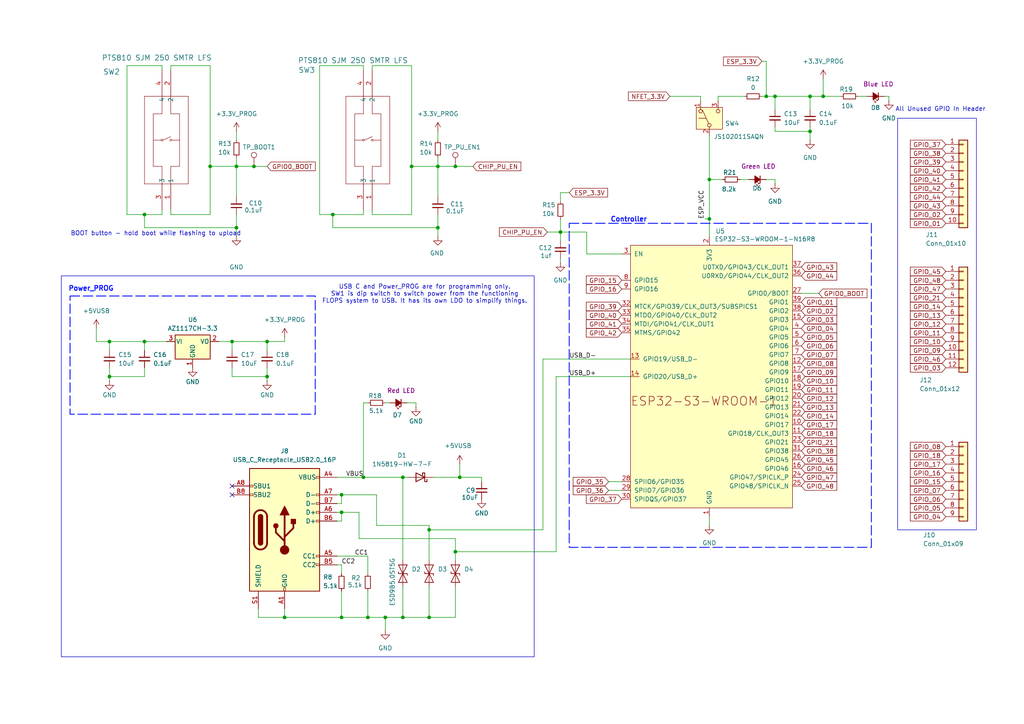
<source format=kicad_sch>
(kicad_sch (version 20231120) (generator "eeschema") (generator_version "8.0")
  (paper "A4")
  (title_block (date "2024-11-20") (rev "5"))
  (lib_symbols
    (symbol "Connector:TestPoint" (pin_numbers hide) (pin_names (offset 0.762) hide)
      (property "Reference" "TP" (at 0 6.858 0))
      (property "Value" "TestPoint" (at 0 5.08 0))
      (symbol "TestPoint_1_1"
        (pin passive line (at 0 0 90) (length 2.54) (name "1") (number "1"))
      )
    )
    (symbol "Connector:USB_C_Receptacle_USB2.0_16P" (pin_names (offset 1.016))
      (property "Reference" "J8" (at 0 22.86 0))
      (property "Value" "USB_C_Receptacle_USB2.0_16P" (at 0 20.32 0))
      (symbol "USB_C_Receptacle_USB2.0_16P_1_1"
        (pin passive line (at 0 -22.86 90) (length 5.08) (name "GND") (number "A1"))
        (pin passive line (at 0 -22.86 90) (length 5.08) hide (name "GND") (number "A12"))
        (pin passive line (at 15.24 15.24 180) (length 5.08) (name "VBUS") (number "A4"))
        (pin bidirectional line (at 15.24 -7.62 180) (length 5.08) (name "CC1") (number "A5"))
        (pin bidirectional line (at 15.24 5.08 180) (length 5.08) (name "D+") (number "A6"))
        (pin bidirectional line (at 15.24 10.16 180) (length 5.08) (name "D-") (number "A7"))
        (pin bidirectional line (at -15.24 12.7 0) (length 5.08) (name "SBU1") (number "A8"))
        (pin passive line (at 15.24 15.24 180) (length 5.08) hide (name "VBUS") (number "A9"))
        (pin passive line (at 0 -22.86 90) (length 5.08) hide (name "GND") (number "B1"))
        (pin passive line (at 0 -22.86 90) (length 5.08) hide (name "GND") (number "B12"))
        (pin passive line (at 15.24 15.24 180) (length 5.08) hide (name "VBUS") (number "B4"))
        (pin bidirectional line (at 15.24 -10.16 180) (length 5.08) (name "CC2") (number "B5"))
        (pin bidirectional line (at 15.24 2.54 180) (length 5.08) (name "D+") (number "B6"))
        (pin bidirectional line (at 15.24 7.62 180) (length 5.08) (name "D-") (number "B7"))
        (pin bidirectional line (at -15.24 10.16 0) (length 5.08) (name "SBU2") (number "B8"))
        (pin passive line (at 15.24 15.24 180) (length 5.08) hide (name "VBUS") (number "B9"))
        (pin passive line (at -7.62 -22.86 90) (length 5.08) (name "SHIELD") (number "S1"))
      )
    )
    (symbol "Connector_Generic:Conn_01x09" (pin_names (offset 1.016) hide)
      (property "Reference" "J" (at 0 12.7 0))
      (property "Value" "Conn_01x09" (at 0 -12.7 0))
      (symbol "Conn_01x09_1_1"
        (pin passive line (at -5.08 10.16 0) (length 3.81) (name "Pin_1") (number "1"))
        (pin passive line (at -5.08 7.62 0) (length 3.81) (name "Pin_2") (number "2"))
        (pin passive line (at -5.08 5.08 0) (length 3.81) (name "Pin_3") (number "3"))
        (pin passive line (at -5.08 2.54 0) (length 3.81) (name "Pin_4") (number "4"))
        (pin passive line (at -5.08 0 0) (length 3.81) (name "Pin_5") (number "5"))
        (pin passive line (at -5.08 -2.54 0) (length 3.81) (name "Pin_6") (number "6"))
        (pin passive line (at -5.08 -5.08 0) (length 3.81) (name "Pin_7") (number "7"))
        (pin passive line (at -5.08 -7.62 0) (length 3.81) (name "Pin_8") (number "8"))
        (pin passive line (at -5.08 -10.16 0) (length 3.81) (name "Pin_9") (number "9"))
      )
    )
    (symbol "Connector_Generic:Conn_01x10" (pin_names (offset 1.016) hide)
      (property "Reference" "J" (at 0 12.7 0))
      (property "Value" "Conn_01x10" (at 0 -15.24 0))
      (symbol "Conn_01x10_1_1"
        (pin passive line (at -5.08 10.16 0) (length 3.81) (name "Pin_1") (number "1"))
        (pin passive line (at -5.08 -12.7 0) (length 3.81) (name "Pin_10") (number "10"))
        (pin passive line (at -5.08 7.62 0) (length 3.81) (name "Pin_2") (number "2"))
        (pin passive line (at -5.08 5.08 0) (length 3.81) (name "Pin_3") (number "3"))
        (pin passive line (at -5.08 2.54 0) (length 3.81) (name "Pin_4") (number "4"))
        (pin passive line (at -5.08 0 0) (length 3.81) (name "Pin_5") (number "5"))
        (pin passive line (at -5.08 -2.54 0) (length 3.81) (name "Pin_6") (number "6"))
        (pin passive line (at -5.08 -5.08 0) (length 3.81) (name "Pin_7") (number "7"))
        (pin passive line (at -5.08 -7.62 0) (length 3.81) (name "Pin_8") (number "8"))
        (pin passive line (at -5.08 -10.16 0) (length 3.81) (name "Pin_9") (number "9"))
      )
    )
    (symbol "Connector_Generic:Conn_01x12" (pin_names (offset 1.016) hide)
      (property "Reference" "J" (at 0 15.24 0))
      (property "Value" "Conn_01x12" (at 0 -17.78 0))
      (symbol "Conn_01x12_1_1"
        (pin passive line (at -5.08 12.7 0) (length 3.81) (name "Pin_1") (number "1"))
        (pin passive line (at -5.08 -10.16 0) (length 3.81) (name "Pin_10") (number "10"))
        (pin passive line (at -5.08 -12.7 0) (length 3.81) (name "Pin_11") (number "11"))
        (pin passive line (at -5.08 -15.24 0) (length 3.81) (name "Pin_12") (number "12"))
        (pin passive line (at -5.08 10.16 0) (length 3.81) (name "Pin_2") (number "2"))
        (pin passive line (at -5.08 7.62 0) (length 3.81) (name "Pin_3") (number "3"))
        (pin passive line (at -5.08 5.08 0) (length 3.81) (name "Pin_4") (number "4"))
        (pin passive line (at -5.08 2.54 0) (length 3.81) (name "Pin_5") (number "5"))
        (pin passive line (at -5.08 0 0) (length 3.81) (name "Pin_6") (number "6"))
        (pin passive line (at -5.08 -2.54 0) (length 3.81) (name "Pin_7") (number "7"))
        (pin passive line (at -5.08 -5.08 0) (length 3.81) (name "Pin_8") (number "8"))
        (pin passive line (at -5.08 -7.62 0) (length 3.81) (name "Pin_9") (number "9"))
      )
    )
    (symbol "Device:C_Small" (pin_numbers hide) (pin_names (offset 0.254) hide)
      (property "Reference" "C" (at 0.254 1.778 0))
      (property "Value" "C_Small" (at 0.254 -2.032 0))
      (symbol "C_Small_1_1"
        (pin passive line (at 0 2.54 270) (length 2.032) (name "~") (number "1"))
        (pin passive line (at 0 -2.54 90) (length 2.032) (name "~") (number "2"))
      )
    )
    (symbol "Device:LED_Small_Filled" (pin_numbers hide) (pin_names (offset 0.254) hide)
      (property "Reference" "D" (at -1.27 3.175 0))
      (property "Value" "LED_Small_Filled" (at -4.445 -2.54 0))
      (symbol "LED_Small_Filled_1_1"
        (pin passive line (at -2.54 0 0) (length 1.778) (name "K") (number "1"))
        (pin passive line (at 2.54 0 180) (length 1.778) (name "A") (number "2"))
      )
    )
    (symbol "Device:R_Small" (pin_numbers hide) (pin_names (offset 0.254) hide)
      (property "Reference" "R" (at 0.762 0.508 0))
      (property "Value" "R_Small" (at 0.762 -1.016 0))
      (symbol "R_Small_1_1"
        (pin passive line (at 0 2.54 270) (length 0.762) (name "~") (number "1"))
        (pin passive line (at 0 -2.54 90) (length 0.762) (name "~") (number "2"))
      )
    )
    (symbol "Diode:1N5819" (pin_numbers hide) (pin_names (offset 1.016) hide)
      (property "Reference" "D" (at 0 2.54 0))
      (property "Value" "1N5819" (at 0 -2.54 0))
      (symbol "1N5819_1_1"
        (pin passive line (at -3.81 0 0) (length 2.54) (name "K") (number "1"))
        (pin passive line (at 3.81 0 180) (length 2.54) (name "A") (number "2"))
      )
    )
    (symbol "Diode:ESD9B5.0ST5G" (pin_numbers hide) (pin_names (offset 1.016) hide)
      (property "Reference" "D" (at 0 2.54 0))
      (property "Value" "ESD9B5.0ST5G" (at 0 -2.54 0))
      (symbol "ESD9B5.0ST5G_1_1"
        (pin passive line (at -3.81 0 0) (length 2.54) (name "A1") (number "1"))
        (pin passive line (at 3.81 0 180) (length 2.54) (name "A2") (number "2"))
      )
    )
    (symbol "PCM_Espressif:ESP32-S3-WROOM-1" (pin_names (offset 1.016))
      (property "Reference" "U5" (at 2.1941 43.18 0))
      (property "Value" "ESP32-S3-WROOM-1-N16R8" (at 2.1941 40.64 0))
      (symbol "ESP32-S3-WROOM-1_0_0"
        (text "ESP32-S3-WROOM-1" (at -1.524 -7.112 0) (effects (font (size 2.54 2.54))))
        (pin power_in line (at 0 -40.64 90) (length 2.54) (name "GND") (number "1"))
        (pin bidirectional line (at 26.67 -26.67 180) (length 2.54) (name "GPIO46") (number "16"))
        (pin power_in line (at 0 40.64 270) (length 2.54) (name "3V3") (number "2"))
        (pin bidirectional line (at 26.67 -19.05 180) (length 2.54) (name "GPIO21") (number "23"))
        (pin bidirectional line (at 26.67 -24.13 180) (length 2.54) (name "GPIO45") (number "26"))
        (pin bidirectional line (at 26.67 24.13 180) (length 2.54) (name "GPIO0/BOOT") (number "27"))
        (pin input line (at -25.4 35.56 0) (length 2.54) (name "EN") (number "3"))
        (pin bidirectional line (at -25.4 20.32 0) (length 2.54) (name "MTCK/GPIO39/CLK_OUT3/SUBSPICS1") (number "32"))
        (pin bidirectional line (at -25.4 17.78 0) (length 2.54) (name "MTDO/GPIO40/CLK_OUT2") (number "33"))
        (pin bidirectional line (at -25.4 15.24 0) (length 2.54) (name "MTDI/GPIO41/CLK_OUT1") (number "34"))
        (pin bidirectional line (at -25.4 12.7 0) (length 2.54) (name "MTMS/GPIO42") (number "35"))
        (pin bidirectional line (at 26.67 29.21 180) (length 2.54) (name "U0RXD/GPIO44/CLK_OUT2") (number "36"))
        (pin bidirectional line (at 26.67 31.75 180) (length 2.54) (name "U0TXD/GPIO43/CLK_OUT1") (number "37"))
        (pin passive line (at 0 -40.64 90) (length 2.54) hide (name "GND") (number "40"))
        (pin passive line (at 0 -40.64 90) (length 2.54) hide (name "GND") (number "41"))
      )
      (symbol "ESP32-S3-WROOM-1_1_0"
        (pin bidirectional line (at 26.67 -13.97 180) (length 2.54) (name "GPIO17") (number "10"))
        (pin bidirectional line (at 26.67 -16.51 180) (length 2.54) (name "GPIO18/CLK_OUT3") (number "11"))
        (pin bidirectional line (at 26.67 3.81 180) (length 2.54) (name "GPIO8") (number "12"))
        (pin bidirectional line (at -22.86 5.08 0) (length 2.54) (name "GPIO19/USB_D-") (number "13"))
        (pin bidirectional line (at -22.86 0 0) (length 2.54) (name "GPIO20/USB_D+") (number "14"))
        (pin bidirectional line (at 26.67 16.51 180) (length 2.54) (name "GPIO3") (number "15"))
        (pin bidirectional line (at 26.67 1.27 180) (length 2.54) (name "GPIO9") (number "17"))
        (pin bidirectional line (at 26.67 -1.27 180) (length 2.54) (name "GPIO10") (number "18"))
        (pin bidirectional line (at 26.67 -3.81 180) (length 2.54) (name "GPIO11") (number "19"))
        (pin bidirectional line (at 26.67 -6.35 180) (length 2.54) (name "GPIO12") (number "20"))
        (pin bidirectional line (at 26.67 -8.89 180) (length 2.54) (name "GPIO13") (number "21"))
        (pin bidirectional line (at 26.67 -11.43 180) (length 2.54) (name "GPIO14") (number "22"))
        (pin bidirectional line (at 26.67 -29.21 180) (length 2.54) (name "GPIO47/SPICLK_P") (number "24"))
        (pin bidirectional line (at 26.67 -31.75 180) (length 2.54) (name "GPIO48/SPICLK_N") (number "25"))
        (pin bidirectional line (at -25.4 -30.48 0) (length 2.54) (name "SPIIO6/GPIO35") (number "28"))
        (pin bidirectional line (at -25.4 -33.02 0) (length 2.54) (name "SPIIO7/GPIO36") (number "29"))
        (pin bidirectional line (at -25.4 -35.56 0) (length 2.54) (name "SPIDQS/GPIO37") (number "30"))
        (pin bidirectional line (at 26.67 -21.59 180) (length 2.54) (name "GPIO38") (number "31"))
        (pin bidirectional line (at 26.67 19.05 180) (length 2.54) (name "GPIO2") (number "38"))
        (pin bidirectional line (at 26.67 21.59 180) (length 2.54) (name "GPIO1") (number "39"))
        (pin bidirectional line (at 26.67 13.97 180) (length 2.54) (name "GPIO4") (number "4"))
        (pin bidirectional line (at 26.67 11.43 180) (length 2.54) (name "GPIO5") (number "5"))
        (pin bidirectional line (at 26.67 8.89 180) (length 2.54) (name "GPIO6") (number "6"))
        (pin bidirectional line (at 26.67 6.35 180) (length 2.54) (name "GPIO7") (number "7"))
        (pin bidirectional line (at -25.4 27.94 0) (length 2.54) (name "GPIO15") (number "8"))
        (pin bidirectional line (at -25.4 25.4 0) (length 2.54) (name "GPIO16") (number "9"))
      )
    )
    (symbol "PTS810SJM250SMTR LFS:PTS810_SJM_250_SMTR_LFS" (pin_names (offset 0.254))
      (property "Reference" "SW" (at 20.32 10.16 0))
      (property "Value" "PTS810 SJM 250 SMTR LFS" (at 20.32 7.62 0))
      (symbol "PTS810_SJM_250_SMTR_LFS_0_1"
        (pin unspecified line (at 0 0 0) (length 7.62) (name "1") (number "1"))
        (pin unspecified line (at 40.64 0 180) (length 7.62) (name "2") (number "2"))
        (pin unspecified line (at 0 -2.54 0) (length 7.62) (name "3") (number "3"))
        (pin unspecified line (at 40.64 -2.54 180) (length 7.62) (name "4") (number "4"))
      )
    )
    (symbol "Regulator_Linear:AZ1117-3.3" (pin_names (offset 0.254))
      (property "Reference" "U" (at -3.81 3.175 0))
      (property "Value" "AZ1117-3.3" (at 0 3.175 0))
      (symbol "AZ1117-3.3_1_1"
        (pin power_in line (at 0 -7.62 90) (length 2.54) (name "GND") (number "1"))
        (pin power_out line (at 7.62 0 180) (length 2.54) (name "VO") (number "2"))
        (pin power_in line (at -7.62 0 0) (length 2.54) (name "VI") (number "3"))
      )
    )
    (symbol "Switch:SW_Push_SPDT" (pin_names (offset 0) hide)
      (property "Reference" "SW" (at 0 5.08 0))
      (property "Value" "SW_Push_SPDT" (at 0 -5.08 0))
      (symbol "SW_Push_SPDT_1_1"
        (pin passive line (at 5.08 2.54 180) (length 2.54) (name "A") (number "1"))
        (pin passive line (at -5.08 0 0) (length 2.54) (name "B") (number "2"))
        (pin passive line (at 5.08 -2.54 180) (length 2.54) (name "C") (number "3"))
      )
    )
    (symbol "power:+3.3V" (power) (pin_numbers hide) (pin_names (offset 0) hide)
      (property "Value" "+3.3V" (at 0 3.556 0))
      (symbol "+3.3V_1_1"
        (pin power_in line (at 0 0 90) (length 0) (name "~") (number "1"))
      )
    )
    (symbol "power:+5V" (power) (pin_numbers hide) (pin_names (offset 0) hide)
      (property "Value" "+5V" (at 0 3.556 0))
      (symbol "+5V_1_1"
        (pin power_in line (at 0 0 90) (length 0) (name "~") (number "1"))
      )
    )
    (symbol "power:GND" (power) (pin_numbers hide) (pin_names (offset 0) hide)
      (property "Value" "GND" (at 0 -3.81 0))
      (symbol "GND_1_1"
        (pin power_in line (at 0 0 270) (length 0) (name "~") (number "1"))
      )
    )
  )
  (junction (at 106.68 179.07))
  (junction (at 105.41 138.43))
  (junction (at 77.47 109.22))
  (junction (at 234.95 27.94))
  (junction (at 205.74 63.5))
  (junction (at 224.79 27.94))
  (junction (at 99.06 143.51))
  (junction (at 99.06 179.07))
  (junction (at 77.47 99.06))
  (junction (at 96.52 62.23))
  (junction (at 119.38 48.26))
  (junction (at 133.35 138.43))
  (junction (at 222.25 27.94))
  (junction (at 68.58 66.04))
  (junction (at 127 66.04))
  (junction (at 116.84 138.43))
  (junction (at 132.08 160.02))
  (junction (at 205.74 52.07))
  (junction (at 73.66 48.26))
  (junction (at 60.96 48.26))
  (junction (at 234.95 38.1))
  (junction (at 41.91 62.23))
  (junction (at 116.84 179.07))
  (junction (at 124.46 179.07))
  (junction (at 162.56 67.31))
  (junction (at 41.91 99.06))
  (junction (at 31.75 99.06))
  (junction (at 127 48.26))
  (junction (at 238.76 27.94))
  (junction (at 124.46 153.67))
  (junction (at 68.58 48.26))
  (junction (at 82.55 179.07))
  (junction (at 31.75 109.22))
  (junction (at 99.06 148.59))
  (junction (at 67.31 99.06))
  (junction (at 132.08 48.26))
  (junction (at 111.76 179.07))
  (no_connect (at 67.31 143.51))
  (no_connect (at 67.31 140.97))
  (wire (pts (xy 92.71 62.23) (xy 96.52 62.23)))
  (wire (pts (xy 224.79 52.07) (xy 224.79 53.34)))
  (wire (pts (xy 77.47 99.06) (xy 77.47 101.6)))
  (wire (pts (xy 41.91 62.23) (xy 46.99 62.23)))
  (wire (pts (xy 203.2 27.94) (xy 203.2 29.21)))
  (wire (pts (xy 127 45.72) (xy 127 48.26)))
  (wire (pts (xy 68.58 66.04) (xy 41.91 66.04)))
  (wire (pts (xy 224.79 27.94) (xy 234.95 27.94)))
  (wire (pts (xy 99.06 171.45) (xy 99.06 179.07)))
  (wire (pts (xy 107.95 60.96) (xy 107.95 62.23)))
  (wire (pts (xy 82.55 179.07) (xy 99.06 179.07)))
  (wire (pts (xy 125.73 138.43) (xy 133.35 138.43)))
  (wire (pts (xy 238.76 27.94) (xy 234.95 27.94)))
  (wire (pts (xy 41.91 109.22) (xy 41.91 106.68)))
  (wire (pts (xy 99.06 143.51) (xy 109.22 143.51)))
  (wire (pts (xy 116.84 138.43) (xy 116.84 162.56)))
  (wire (pts (xy 220.98 17.78) (xy 222.25 17.78)))
  (wire (pts (xy 41.91 62.23) (xy 41.91 66.04)))
  (wire (pts (xy 234.95 36.83) (xy 234.95 38.1)))
  (wire (pts (xy 162.56 55.88) (xy 162.56 58.42)))
  (wire (pts (xy 49.53 20.32) (xy 49.53 19.05)))
  (wire (pts (xy 119.38 48.26) (xy 127 48.26)))
  (wire (pts (xy 124.46 153.67) (xy 124.46 162.56)))
  (wire (pts (xy 67.31 106.68) (xy 67.31 109.22)))
  (wire (pts (xy 176.53 139.7) (xy 180.34 139.7)))
  (wire (pts (xy 92.71 19.05) (xy 92.71 62.23)))
  (wire (pts (xy 124.46 153.67) (xy 124.46 152.4)))
  (wire (pts (xy 205.74 52.07) (xy 205.74 63.5)))
  (wire (pts (xy 68.58 48.26) (xy 73.66 48.26)))
  (wire (pts (xy 41.91 99.06) (xy 48.26 99.06)))
  (wire (pts (xy 118.11 116.84) (xy 120.65 116.84)))
  (wire (pts (xy 132.08 156.21) (xy 132.08 160.02)))
  (wire (pts (xy 109.22 152.4) (xy 124.46 152.4)))
  (wire (pts (xy 27.94 99.06) (xy 31.75 99.06)))
  (wire (pts (xy 74.93 179.07) (xy 82.55 179.07)))
  (wire (pts (xy 105.41 138.43) (xy 116.84 138.43)))
  (wire (pts (xy 256.54 27.94) (xy 257.81 27.94)))
  (wire (pts (xy 162.56 63.5) (xy 162.56 67.31)))
  (wire (pts (xy 224.79 36.83) (xy 224.79 38.1)))
  (wire (pts (xy 107.95 19.05) (xy 119.38 19.05)))
  (wire (pts (xy 97.79 163.83) (xy 99.06 163.83)))
  (wire (pts (xy 158.75 67.31) (xy 162.56 67.31)))
  (wire (pts (xy 67.31 109.22) (xy 77.47 109.22)))
  (wire (pts (xy 60.96 62.23) (xy 60.96 48.26)))
  (wire (pts (xy 97.79 161.29) (xy 106.68 161.29)))
  (wire (pts (xy 162.56 67.31) (xy 162.56 69.85)))
  (wire (pts (xy 106.68 179.07) (xy 111.76 179.07)))
  (wire (pts (xy 127 66.04) (xy 127 68.58)))
  (wire (pts (xy 97.79 151.13) (xy 99.06 151.13)))
  (wire (pts (xy 170.18 67.31) (xy 170.18 73.66)))
  (wire (pts (xy 97.79 148.59) (xy 99.06 148.59)))
  (wire (pts (xy 133.35 134.62) (xy 133.35 138.43)))
  (wire (pts (xy 36.83 62.23) (xy 41.91 62.23)))
  (wire (pts (xy 27.94 95.25) (xy 27.94 99.06)))
  (wire (pts (xy 67.31 99.06) (xy 77.47 99.06)))
  (wire (pts (xy 36.83 19.05) (xy 46.99 19.05)))
  (wire (pts (xy 161.29 160.02) (xy 161.29 109.22)))
  (wire (pts (xy 214.63 52.07) (xy 217.17 52.07)))
  (wire (pts (xy 208.28 27.94) (xy 208.28 29.21)))
  (wire (pts (xy 124.46 179.07) (xy 132.08 179.07)))
  (wire (pts (xy 157.48 104.14) (xy 157.48 153.67)))
  (wire (pts (xy 49.53 60.96) (xy 49.53 62.23)))
  (wire (pts (xy 234.95 27.94) (xy 234.95 31.75)))
  (wire (pts (xy 60.96 48.26) (xy 60.96 19.05)))
  (wire (pts (xy 92.71 19.05) (xy 105.41 19.05)))
  (wire (pts (xy 116.84 138.43) (xy 118.11 138.43)))
  (wire (pts (xy 224.79 27.94) (xy 224.79 31.75)))
  (wire (pts (xy 205.74 63.5) (xy 205.74 68.58)))
  (wire (pts (xy 67.31 99.06) (xy 67.31 101.6)))
  (wire (pts (xy 238.76 22.86) (xy 238.76 27.94)))
  (wire (pts (xy 119.38 62.23) (xy 119.38 48.26)))
  (wire (pts (xy 208.28 27.94) (xy 215.9 27.94)))
  (wire (pts (xy 63.5 99.06) (xy 67.31 99.06)))
  (wire (pts (xy 116.84 170.18) (xy 116.84 179.07)))
  (wire (pts (xy 74.93 176.53) (xy 74.93 179.07)))
  (wire (pts (xy 99.06 148.59) (xy 99.06 151.13)))
  (wire (pts (xy 99.06 179.07) (xy 106.68 179.07)))
  (wire (pts (xy 49.53 19.05) (xy 60.96 19.05)))
  (wire (pts (xy 68.58 66.04) (xy 68.58 68.58)))
  (wire (pts (xy 104.14 156.21) (xy 132.08 156.21)))
  (wire (pts (xy 107.95 20.32) (xy 107.95 19.05)))
  (wire (pts (xy 99.06 143.51) (xy 99.06 146.05)))
  (wire (pts (xy 111.76 116.84) (xy 113.03 116.84)))
  (wire (pts (xy 248.92 27.94) (xy 251.46 27.94)))
  (wire (pts (xy 77.47 106.68) (xy 77.47 109.22)))
  (wire (pts (xy 97.79 143.51) (xy 99.06 143.51)))
  (wire (pts (xy 220.98 27.94) (xy 222.25 27.94)))
  (wire (pts (xy 205.74 39.37) (xy 205.74 52.07)))
  (wire (pts (xy 162.56 76.2) (xy 162.56 74.93)))
  (wire (pts (xy 132.08 160.02) (xy 161.29 160.02)))
  (wire (pts (xy 222.25 52.07) (xy 224.79 52.07)))
  (wire (pts (xy 31.75 109.22) (xy 31.75 110.49)))
  (wire (pts (xy 31.75 99.06) (xy 41.91 99.06)))
  (wire (pts (xy 127 66.04) (xy 96.52 66.04)))
  (wire (pts (xy 161.29 109.22) (xy 182.88 109.22)))
  (wire (pts (xy 109.22 143.51) (xy 109.22 152.4)))
  (wire (pts (xy 105.41 116.84) (xy 105.41 138.43)))
  (wire (pts (xy 99.06 163.83) (xy 99.06 166.37)))
  (wire (pts (xy 133.35 138.43) (xy 139.7 138.43)))
  (wire (pts (xy 127 48.26) (xy 132.08 48.26)))
  (wire (pts (xy 257.81 27.94) (xy 257.81 29.21)))
  (wire (pts (xy 104.14 148.59) (xy 104.14 156.21)))
  (wire (pts (xy 46.99 60.96) (xy 46.99 62.23)))
  (wire (pts (xy 99.06 148.59) (xy 104.14 148.59)))
  (wire (pts (xy 46.99 20.32) (xy 46.99 19.05)))
  (wire (pts (xy 170.18 73.66) (xy 180.34 73.66)))
  (wire (pts (xy 127 48.26) (xy 127 57.15)))
  (wire (pts (xy 96.52 62.23) (xy 96.52 66.04)))
  (wire (pts (xy 176.53 142.24) (xy 180.34 142.24)))
  (wire (pts (xy 120.65 116.84) (xy 120.65 118.11)))
  (wire (pts (xy 97.79 138.43) (xy 105.41 138.43)))
  (wire (pts (xy 111.76 182.88) (xy 111.76 179.07)))
  (wire (pts (xy 106.68 116.84) (xy 105.41 116.84)))
  (wire (pts (xy 224.79 38.1) (xy 234.95 38.1)))
  (wire (pts (xy 68.58 45.72) (xy 68.58 48.26)))
  (wire (pts (xy 205.74 149.86) (xy 205.74 152.4)))
  (wire (pts (xy 82.55 97.79) (xy 82.55 99.06)))
  (wire (pts (xy 60.96 48.26) (xy 68.58 48.26)))
  (wire (pts (xy 77.47 99.06) (xy 82.55 99.06)))
  (wire (pts (xy 170.18 67.31) (xy 162.56 67.31)))
  (wire (pts (xy 31.75 99.06) (xy 31.75 101.6)))
  (wire (pts (xy 82.55 176.53) (xy 82.55 179.07)))
  (wire (pts (xy 77.47 109.22) (xy 77.47 110.49)))
  (wire (pts (xy 205.74 52.07) (xy 209.55 52.07)))
  (wire (pts (xy 124.46 153.67) (xy 157.48 153.67)))
  (wire (pts (xy 124.46 170.18) (xy 124.46 179.07)))
  (wire (pts (xy 73.66 48.26) (xy 77.47 48.26)))
  (wire (pts (xy 36.83 19.05) (xy 36.83 62.23)))
  (wire (pts (xy 234.95 38.1) (xy 234.95 40.64)))
  (wire (pts (xy 222.25 27.94) (xy 224.79 27.94)))
  (wire (pts (xy 105.41 60.96) (xy 105.41 62.23)))
  (wire (pts (xy 41.91 99.06) (xy 41.91 101.6)))
  (wire (pts (xy 31.75 109.22) (xy 41.91 109.22)))
  (wire (pts (xy 106.68 179.07) (xy 106.68 171.45)))
  (wire (pts (xy 222.25 17.78) (xy 222.25 27.94)))
  (wire (pts (xy 105.41 20.32) (xy 105.41 19.05)))
  (wire (pts (xy 132.08 170.18) (xy 132.08 179.07)))
  (wire (pts (xy 68.58 62.23) (xy 68.58 66.04)))
  (wire (pts (xy 111.76 179.07) (xy 116.84 179.07)))
  (wire (pts (xy 204.47 63.5) (xy 205.74 63.5)))
  (wire (pts (xy 162.56 55.88) (xy 165.1 55.88)))
  (wire (pts (xy 132.08 160.02) (xy 132.08 162.56)))
  (wire (pts (xy 49.53 62.23) (xy 60.96 62.23)))
  (wire (pts (xy 132.08 48.26) (xy 137.16 48.26)))
  (wire (pts (xy 107.95 62.23) (xy 119.38 62.23)))
  (wire (pts (xy 68.58 48.26) (xy 68.58 57.15)))
  (wire (pts (xy 127 62.23) (xy 127 66.04)))
  (wire (pts (xy 106.68 161.29) (xy 106.68 166.37)))
  (wire (pts (xy 157.48 104.14) (xy 182.88 104.14)))
  (wire (pts (xy 97.79 146.05) (xy 99.06 146.05)))
  (wire (pts (xy 119.38 48.26) (xy 119.38 19.05)))
  (wire (pts (xy 232.41 85.09) (xy 237.49 85.09)))
  (wire (pts (xy 31.75 106.68) (xy 31.75 109.22)))
  (wire (pts (xy 238.76 27.94) (xy 243.84 27.94)))
  (wire (pts (xy 127 40.64) (xy 127 38.1)))
  (wire (pts (xy 116.84 179.07) (xy 124.46 179.07)))
  (wire (pts (xy 68.58 40.64) (xy 68.58 38.1)))
  (wire (pts (xy 139.7 138.43) (xy 139.7 139.7)))
  (wire (pts (xy 96.52 62.23) (xy 105.41 62.23)))
  (wire (pts (xy 194.31 27.94) (xy 203.2 27.94)))
  (rectangle (start 20.32 85.852) (end 91.44 120.142) (stroke (width 0.254) (type dash) (color 0 11 255 1)))
  (rectangle (start 17.78 80.01) (end 154.94 190.5))
  (rectangle (start 165.1 64.77) (end 252.73 158.75) (stroke (width 0.254) (type dash) (color 0 11 255 1)))
  (rectangle (start 260.35 34.29) (end 283.21 153.67))
  (text "Controller\n" (at 182.372 63.754 0) (effects (font (size 1.397 1.397) (thickness 0.2794) (bold yes))))
  (text "All Unused GPIO In Header\n" (at 272.796 31.75 0) (effects (font (size 1.27 1.27))))
  (text "USB C and Power_PROG are for programming only.\nSW1 is dip switch to switch power from the functioning\nFLOPS system to USB. It has its own LDO to simplify things." (at 123.19 85.344 0) (effects (font (size 1.27 1.27))))
  (text "BOOT button - hold boot while flashing to upload" (at 45.212 67.818 0) (effects (font (size 1.27 1.27))))
  (text "Power_PROG" (at 26.416 83.82 0) (effects (font (size 1.397 1.397) (thickness 0.2794) (bold yes))))
  (label "VBUS" (at 100.33 138.43 0))
  (label "USB_D-" (at 165.1 104.14 0))
  (label "ESP_VCC" (at 204.47 63.5 90))
  (label "USB_D+" (at 165.1 109.22 0))
  (label "CC2" (at 99.06 163.83 0))
  (label "CC1" (at 102.87 161.29 0))
  (global_label "GPIO_18" (shape input) (at 232.41 125.73 0) (property "Intersheetrefs" "${INTERSHEET_REFS}" (effects (hide yes))))
  (global_label "GPIO_01" (shape input) (at 232.41 87.63 0) (property "Intersheetrefs" "${INTERSHEET_REFS}" (effects (hide yes))))
  (global_label "GPIO_17" (shape input) (at 274.32 134.62 180) (property "Intersheetrefs" "${INTERSHEET_REFS}" (effects (hide yes))))
  (global_label "GPIO_02" (shape input) (at 232.41 90.17 0) (property "Intersheetrefs" "${INTERSHEET_REFS}" (effects (hide yes))))
  (global_label "GPIO_40" (shape input) (at 180.34 91.44 180) (property "Intersheetrefs" "${INTERSHEET_REFS}" (effects (hide yes))))
  (global_label "GPIO_12" (shape input) (at 232.41 115.57 0) (property "Intersheetrefs" "${INTERSHEET_REFS}" (effects (hide yes))))
  (global_label "GPIO_36" (shape input) (at 176.53 142.24 180) (property "Intersheetrefs" "${INTERSHEET_REFS}" (effects (hide yes))))
  (global_label "GPIO_39" (shape input) (at 274.32 46.99 180) (property "Intersheetrefs" "${INTERSHEET_REFS}" (effects (hide yes))))
  (global_label "GPIO_43" (shape input) (at 232.41 77.47 0) (property "Intersheetrefs" "${INTERSHEET_REFS}" (effects (hide yes))))
  (global_label "GPIO_01" (shape input) (at 274.32 64.77 180) (property "Intersheetrefs" "${INTERSHEET_REFS}" (effects (hide yes))))
  (global_label "GPIO_17" (shape input) (at 232.41 123.19 0) (property "Intersheetrefs" "${INTERSHEET_REFS}" (effects (hide yes))))
  (global_label "GPIO_09" (shape input) (at 232.41 107.95 0) (property "Intersheetrefs" "${INTERSHEET_REFS}" (effects (hide yes))))
  (global_label "GPIO_12" (shape input) (at 274.32 93.98 180) (property "Intersheetrefs" "${INTERSHEET_REFS}" (effects (hide yes))))
  (global_label "GPIO_48" (shape input) (at 274.32 81.28 180) (property "Intersheetrefs" "${INTERSHEET_REFS}" (effects (hide yes))))
  (global_label "GPIO_21" (shape input) (at 232.41 128.27 0) (property "Intersheetrefs" "${INTERSHEET_REFS}" (effects (hide yes))))
  (global_label "GPIO_10" (shape input) (at 232.41 110.49 0) (property "Intersheetrefs" "${INTERSHEET_REFS}" (effects (hide yes))))
  (global_label "GPIO_15" (shape input) (at 180.34 81.28 180) (property "Intersheetrefs" "${INTERSHEET_REFS}" (effects (hide yes))))
  (global_label "GPIO_05" (shape input) (at 274.32 147.32 180) (property "Intersheetrefs" "${INTERSHEET_REFS}" (effects (hide yes))))
  (global_label "GPIO_41" (shape input) (at 180.34 93.98 180) (property "Intersheetrefs" "${INTERSHEET_REFS}" (effects (hide yes))))
  (global_label "GPIO_10" (shape input) (at 274.32 99.06 180) (property "Intersheetrefs" "${INTERSHEET_REFS}" (effects (hide yes))))
  (global_label "GPIO_47" (shape input) (at 274.32 83.82 180) (property "Intersheetrefs" "${INTERSHEET_REFS}" (effects (hide yes))))
  (global_label "GPIO_38" (shape input) (at 274.32 44.45 180) (property "Intersheetrefs" "${INTERSHEET_REFS}" (effects (hide yes))))
  (global_label "GPIO_14" (shape input) (at 274.32 88.9 180) (property "Intersheetrefs" "${INTERSHEET_REFS}" (effects (hide yes))))
  (global_label "GPIO_43" (shape input) (at 274.32 59.69 180) (property "Intersheetrefs" "${INTERSHEET_REFS}" (effects (hide yes))))
  (global_label "GPIO_11" (shape input) (at 232.41 113.03 0) (property "Intersheetrefs" "${INTERSHEET_REFS}" (effects (hide yes))))
  (global_label "GPIO_08" (shape input) (at 232.41 105.41 0) (property "Intersheetrefs" "${INTERSHEET_REFS}" (effects (hide yes))))
  (global_label "GPIO_38" (shape input) (at 232.41 130.81 0) (property "Intersheetrefs" "${INTERSHEET_REFS}" (effects (hide yes))))
  (global_label "GPIO_47" (shape input) (at 232.41 138.43 0) (property "Intersheetrefs" "${INTERSHEET_REFS}" (effects (hide yes))))
  (global_label "GPIO_46" (shape input) (at 274.32 104.14 180) (property "Intersheetrefs" "${INTERSHEET_REFS}" (effects (hide yes))))
  (global_label "GPIO_37" (shape input) (at 180.34 144.78 180) (property "Intersheetrefs" "${INTERSHEET_REFS}" (effects (hide yes))))
  (global_label "GPIO_40" (shape input) (at 274.32 49.53 180) (property "Intersheetrefs" "${INTERSHEET_REFS}" (effects (hide yes))))
  (global_label "GPIO_46" (shape input) (at 232.41 135.89 0) (property "Intersheetrefs" "${INTERSHEET_REFS}" (effects (hide yes))))
  (global_label "GPIO_13" (shape input) (at 232.41 118.11 0) (property "Intersheetrefs" "${INTERSHEET_REFS}" (effects (hide yes))))
  (global_label "GPIO_08" (shape input) (at 274.32 129.54 180) (property "Intersheetrefs" "${INTERSHEET_REFS}" (effects (hide yes))))
  (global_label "GPIO_18" (shape input) (at 274.32 132.08 180) (property "Intersheetrefs" "${INTERSHEET_REFS}" (effects (hide yes))))
  (global_label "GPIO_44" (shape input) (at 274.32 57.15 180) (property "Intersheetrefs" "${INTERSHEET_REFS}" (effects (hide yes))))
  (global_label "ESP_3.3V" (shape input) (at 220.98 17.78 180) (property "Intersheetrefs" "${INTERSHEET_REFS}" (effects (hide yes))))
  (global_label "GPIO_03" (shape input) (at 274.32 106.68 180) (property "Intersheetrefs" "${INTERSHEET_REFS}" (effects (hide yes))))
  (global_label "NFET_3.3V" (shape input) (at 194.31 27.94 180) (property "Intersheetrefs" "${INTERSHEET_REFS}" (effects (hide yes))))
  (global_label "GPIO_11" (shape input) (at 274.32 96.52 180) (property "Intersheetrefs" "${INTERSHEET_REFS}" (effects (hide yes))))
  (global_label "ESP_3.3V" (shape input) (at 165.1 55.88 0) (property "Intersheetrefs" "${INTERSHEET_REFS}" (effects (hide yes))))
  (global_label "GPIO_48" (shape input) (at 232.41 140.97 0) (property "Intersheetrefs" "${INTERSHEET_REFS}" (effects (hide yes))))
  (global_label "GPIO_16" (shape input) (at 274.32 137.16 180) (property "Intersheetrefs" "${INTERSHEET_REFS}" (effects (hide yes))))
  (global_label "GPIO_21" (shape input) (at 274.32 86.36 180) (property "Intersheetrefs" "${INTERSHEET_REFS}" (effects (hide yes))))
  (global_label "GPIO_16" (shape input) (at 180.34 83.82 180) (property "Intersheetrefs" "${INTERSHEET_REFS}" (effects (hide yes))))
  (global_label "GPIO_05" (shape input) (at 232.41 97.79 0) (property "Intersheetrefs" "${INTERSHEET_REFS}" (effects (hide yes))))
  (global_label "GPIO_14" (shape input) (at 232.41 120.65 0) (property "Intersheetrefs" "${INTERSHEET_REFS}" (effects (hide yes))))
  (global_label "GPIO_06" (shape input) (at 232.41 100.33 0) (property "Intersheetrefs" "${INTERSHEET_REFS}" (effects (hide yes))))
  (global_label "CHIP_PU_EN" (shape input) (at 158.75 67.31 180) (property "Intersheetrefs" "${INTERSHEET_REFS}" (effects (hide yes))))
  (global_label "GPIO_42" (shape input) (at 180.34 96.52 180) (property "Intersheetrefs" "${INTERSHEET_REFS}" (effects (hide yes))))
  (global_label "GPIO0_BOOT" (shape input) (at 237.49 85.09 0) (property "Intersheetrefs" "${INTERSHEET_REFS}" (effects (hide yes))))
  (global_label "GPIO_15" (shape input) (at 274.32 139.7 180) (property "Intersheetrefs" "${INTERSHEET_REFS}" (effects (hide yes))))
  (global_label "GPIO_45" (shape input) (at 274.32 78.74 180) (property "Intersheetrefs" "${INTERSHEET_REFS}" (effects (hide yes))))
  (global_label "GPIO_02" (shape input) (at 274.32 62.23 180) (property "Intersheetrefs" "${INTERSHEET_REFS}" (effects (hide yes))))
  (global_label "GPIO_03" (shape input) (at 232.41 92.71 0) (property "Intersheetrefs" "${INTERSHEET_REFS}" (effects (hide yes))))
  (global_label "GPIO_41" (shape input) (at 274.32 52.07 180) (property "Intersheetrefs" "${INTERSHEET_REFS}" (effects (hide yes))))
  (global_label "GPIO_06" (shape input) (at 274.32 144.78 180) (property "Intersheetrefs" "${INTERSHEET_REFS}" (effects (hide yes))))
  (global_label "GPIO_04" (shape input) (at 274.32 149.86 180) (property "Intersheetrefs" "${INTERSHEET_REFS}" (effects (hide yes))))
  (global_label "GPIO_04" (shape input) (at 232.41 95.25 0) (property "Intersheetrefs" "${INTERSHEET_REFS}" (effects (hide yes))))
  (global_label "GPIO_44" (shape input) (at 232.41 80.01 0) (property "Intersheetrefs" "${INTERSHEET_REFS}" (effects (hide yes))))
  (global_label "GPIO_35" (shape input) (at 176.53 139.7 180) (property "Intersheetrefs" "${INTERSHEET_REFS}" (effects (hide yes))))
  (global_label "GPIO_09" (shape input) (at 274.32 101.6 180) (property "Intersheetrefs" "${INTERSHEET_REFS}" (effects (hide yes))))
  (global_label "CHIP_PU_EN" (shape input) (at 137.16 48.26 0) (property "Intersheetrefs" "${INTERSHEET_REFS}" (effects (hide yes))))
  (global_label "GPIO_13" (shape input) (at 274.32 91.44 180) (property "Intersheetrefs" "${INTERSHEET_REFS}" (effects (hide yes))))
  (global_label "GPIO_45" (shape input) (at 232.41 133.35 0) (property "Intersheetrefs" "${INTERSHEET_REFS}" (effects (hide yes))))
  (global_label "GPIO_42" (shape input) (at 274.32 54.61 180) (property "Intersheetrefs" "${INTERSHEET_REFS}" (effects (hide yes))))
  (global_label "GPIO_07" (shape input) (at 274.32 142.24 180) (property "Intersheetrefs" "${INTERSHEET_REFS}" (effects (hide yes))))
  (global_label "GPIO_37" (shape input) (at 274.32 41.91 180) (property "Intersheetrefs" "${INTERSHEET_REFS}" (effects (hide yes))))
  (global_label "GPIO_07" (shape input) (at 232.41 102.87 0) (property "Intersheetrefs" "${INTERSHEET_REFS}" (effects (hide yes))))
  (global_label "GPIO0_BOOT" (shape input) (at 77.47 48.26 0) (property "Intersheetrefs" "${INTERSHEET_REFS}" (effects (hide yes))))
  (global_label "GPIO_39" (shape input) (at 180.34 88.9 180) (property "Intersheetrefs" "${INTERSHEET_REFS}" (effects (hide yes))))
  (symbol (lib_id "power:GND") (at 120.65 118.11 0) (unit 1)
    (property "Reference" "#PWR045" (effects (hide yes)))
    (property "Value" "GND" (at 120.65 122.174 0))
    (property "Description" "Power symbol creates a global label with name \"GND\" , ground" (effects (hide yes)))
  )
  (symbol (lib_id "power:+5V") (at 133.35 134.62 0) (unit 1)
    (property "Reference" "#PWR011" (effects (hide yes)))
    (property "Value" "+5VUSB" (at 132.842 129.286 0))
    (property "Description" "Power symbol creates a global label with name \"+5V\"" (effects (hide yes)))
  )
  (symbol (lib_id "Device:C_Small") (at 127 59.69 180) (unit 1)
    (property "Reference" "C11" (at 130.556 59.182 0) (effects (justify right)))
    (property "Value" "0.1uF" (at 129.286 61.214 0) (effects (justify right)))
    (property "Footprint" "Capacitor_SMD:C_0603_1608Metric_Pad1.08x0.95mm_HandSolder" (effects (hide yes)))
    (property "Description" "Unpolarized capacitor, small symbol" (effects (hide yes)))
  )
  (symbol (lib_id "Device:R_Small") (at 106.68 168.91 180) (unit 1)
    (property "Reference" "R2" (at 101.854 167.64 0) (effects (justify right)))
    (property "Value" "5.1k" (at 100.838 169.672 0) (effects (justify right)))
    (property "Footprint" "Resistor_SMD:R_0603_1608Metric_Pad0.98x0.95mm_HandSolder" (effects (hide yes)))
    (property "Description" "Resistor, small symbol" (effects (hide yes)))
  )
  (symbol (lib_id "Device:R_Small") (at 212.09 52.07 270) (unit 1)
    (property "Reference" "R21" (at 213.614 50.038 90) (effects (justify right)))
    (property "Value" "8.2k" (at 213.614 54.864 90) (effects (justify right)))
    (property "Footprint" "Resistor_SMD:R_0603_1608Metric_Pad0.98x0.95mm_HandSolder" (effects (hide yes)))
    (property "Description" "Resistor, small symbol" (effects (hide yes)))
  )
  (symbol (lib_id "Connector:TestPoint") (at 132.08 48.26 0) (unit 1)
    (property "Reference" "TP_PU_EN1" (at 128.778 42.672 0) (effects (justify left)))
    (property "Value" "TestPoint" (effects (hide yes)))
    (property "Footprint" "TestPoint:TestPoint_THTPad_D1.5mm_Drill0.7mm" (effects (hide yes)))
    (property "Description" "test point" (effects (hide yes)))
  )
  (symbol (lib_id "power:GND") (at 234.95 40.64 0) (unit 1)
    (property "Reference" "#PWR032" (effects (hide yes)))
    (property "Value" "GND" (at 234.95 45.72 0))
    (property "Description" "Power symbol creates a global label with name \"GND\" , ground" (effects (hide yes)))
  )
  (symbol (lib_id "Connector_Generic:Conn_01x09") (at 279.4 139.7 0) (unit 1)
    (property "Reference" "J10" (at 267.716 155.194 0) (effects (justify left)))
    (property "Value" "Conn_01x09" (at 267.716 157.734 0) (effects (justify left)))
    (property "Footprint" "Connector_PinHeader_2.54mm:PinHeader_1x09_P2.54mm_Vertical" (effects (hide yes)))
    (property "Description" "Generic connector, single row, 01x09, script generated (kicad-library-utils/schlib/autogen/connector/)" (effects (hide yes)))
  )
  (symbol (lib_id "Diode:ESD9B5.0ST5G") (at 132.08 166.37 270) (unit 1)
    (property "Reference" "D4" (at 134.62 165.0999 90) (effects (justify left)))
    (property "Value" "ESD9B5.0ST5G" (effects (hide yes)))
    (property "Footprint" "Diode_SMD:D_SOD-923" (effects (hide yes)))
    (property "Datasheet" "https://www.onsemi.com/pub/Collateral/ESD9B-D.PDF" (effects (hide yes)))
    (property "Description" "ESD protection diode, 5.0Vrwm, SOD-923" (effects (hide yes)))
  )
  (symbol (lib_id "power:GND") (at 111.76 182.88 0) (unit 1)
    (property "Reference" "#PWR029" (effects (hide yes)))
    (property "Value" "GND" (at 111.76 187.96 0))
    (property "Description" "Power symbol creates a global label with name \"GND\" , ground" (effects (hide yes)))
  )
  (symbol (lib_id "power:+3.3V") (at 238.76 22.86 0) (unit 1)
    (property "Reference" "#PWR039" (effects (hide yes)))
    (property "Value" "+3.3V_PROG" (at 238.76 17.78 0))
    (property "Description" "Power symbol creates a global label with name \"+3.3V\"" (effects (hide yes)))
  )
  (symbol (lib_id "Diode:ESD9B5.0ST5G") (at 116.84 166.37 270) (unit 1)
    (property "Reference" "D2" (at 119.38 165.0999 90) (effects (justify left)))
    (property "Value" "ESD9B5.0ST5G" (at 113.792 161.798 0) (effects (justify left)))
    (property "Footprint" "Diode_SMD:D_SOD-923" (effects (hide yes)))
    (property "Datasheet" "https://www.onsemi.com/pub/Collateral/ESD9B-D.PDF" (effects (hide yes)))
    (property "Description" "ESD protection diode, 5.0Vrwm, SOD-923" (effects (hide yes)))
  )
  (symbol (lib_id "power:GND") (at 205.74 152.4 0) (unit 1)
    (property "Reference" "#PWR038" (effects (hide yes)))
    (property "Value" "GND" (at 205.74 157.48 0))
    (property "Description" "Power symbol creates a global label with name \"GND\" , ground" (effects (hide yes)))
  )
  (symbol (lib_id "power:GND") (at 139.7 144.78 0) (unit 1)
    (property "Reference" "#PWR030" (effects (hide yes)))
    (property "Value" "GND" (at 139.7 148.844 0))
    (property "Description" "Power symbol creates a global label with name \"GND\" , ground" (effects (hide yes)))
  )
  (symbol (lib_id "Device:C_Small") (at 224.79 34.29 0) (unit 1)
    (property "Reference" "C13" (at 227.33 33.0262 0) (effects (justify left)))
    (property "Value" "10uF" (at 227.33 35.5662 0) (effects (justify left)))
    (property "Footprint" "Capacitor_SMD:C_0603_1608Metric_Pad1.08x0.95mm_HandSolder" (effects (hide yes)))
    (property "Description" "Unpolarized capacitor, small symbol" (effects (hide yes)))
  )
  (symbol (lib_id "Device:R_Small") (at 218.44 27.94 270) (unit 1)
    (property "Reference" "R12" (at 218.44 22.86 90))
    (property "Value" "0" (at 218.44 25.4 90))
    (property "Footprint" "Resistor_SMD:R_0603_1608Metric_Pad0.98x0.95mm_HandSolder" (effects (hide yes)))
    (property "Description" "Resistor, small symbol" (effects (hide yes)))
  )
  (symbol (lib_id "power:GND") (at 162.56 76.2 0) (unit 1)
    (property "Reference" "#PWR024" (effects (hide yes)))
    (property "Value" "GND" (at 162.56 81.28 0))
    (property "Description" "Power symbol creates a global label with name \"GND\" , ground" (effects (hide yes)))
  )
  (symbol (lib_id "power:GND") (at 68.58 68.58 0) (unit 1)
    (property "Reference" "#PWR04" (effects (hide yes)))
    (property "Value" "GND" (at 68.58 77.47 0))
    (property "Description" "Power symbol creates a global label with name \"GND\" , ground" (effects (hide yes)))
  )
  (symbol (lib_id "Device:C_Small") (at 162.56 72.39 180) (unit 1)
    (property "Reference" "C12" (at 156.21 71.882 0) (effects (justify right)))
    (property "Value" "1uf" (at 156.718 74.168 0) (effects (justify right)))
    (property "Footprint" "Capacitor_SMD:C_0603_1608Metric_Pad1.08x0.95mm_HandSolder" (effects (hide yes)))
    (property "Description" "Unpolarized capacitor, small symbol" (effects (hide yes)))
  )
  (symbol (lib_id "Device:R_Small") (at 127 43.18 180) (unit 1)
    (property "Reference" "R14" (at 121.666 41.656 0) (effects (justify right)))
    (property "Value" "10k" (at 121.666 44.196 0) (effects (justify right)))
    (property "Footprint" "Resistor_SMD:R_0603_1608Metric_Pad0.98x0.95mm_HandSolder" (effects (hide yes)))
    (property "Description" "Resistor, small symbol" (effects (hide yes)))
  )
  (symbol (lib_id "power:+3.3V") (at 68.58 38.1 0) (unit 1)
    (property "Reference" "#PWR041" (effects (hide yes)))
    (property "Value" "+3.3V_PROG" (at 68.58 33.02 0))
    (property "Description" "Power symbol creates a global label with name \"+3.3V\"" (effects (hide yes)))
  )
  (symbol (lib_id "Device:R_Small") (at 99.06 168.91 180) (unit 1)
    (property "Reference" "R8" (at 93.726 167.386 0) (effects (justify right)))
    (property "Value" "5.1k" (at 93.726 169.926 0) (effects (justify right)))
    (property "Footprint" "Resistor_SMD:R_0603_1608Metric_Pad0.98x0.95mm_HandSolder" (effects (hide yes)))
    (property "Description" "Resistor, small symbol" (effects (hide yes)))
  )
  (symbol (lib_id "Connector_Generic:Conn_01x10") (at 279.4 52.07 0) (unit 1)
    (property "Reference" "J11" (at 268.478 68.072 0) (effects (justify left)))
    (property "Value" "Conn_01x10" (at 268.478 70.612 0) (effects (justify left)))
    (property "Footprint" "Connector_PinHeader_2.54mm:PinHeader_1x10_P2.54mm_Vertical" (effects (hide yes)))
    (property "Description" "Generic connector, single row, 01x10, script generated (kicad-library-utils/schlib/autogen/connector/)" (effects (hide yes)))
  )
  (symbol (lib_id "Device:LED_Small_Filled") (at 115.57 116.84 180) (unit 1)
    (property "Reference" "D7" (at 116.586 120.396 0) (effects (justify left)))
    (property "Value" "150060RS75000" (effects (hide yes)))
    (property "Footprint" "LED_SMD:LED_0603_1608Metric" (effects (hide yes)))
    (property "Description" "Red LED" (at 116.332 113.284 0))
  )
  (symbol (lib_id "Connector_Generic:Conn_01x12") (at 279.4 91.44 0) (unit 1)
    (property "Reference" "J12" (at 266.7 110.236 0) (effects (justify left)))
    (property "Value" "Conn_01x12" (at 266.7 112.776 0) (effects (justify left)))
    (property "Footprint" "Connector_PinHeader_2.54mm:PinHeader_1x12_P2.54mm_Vertical" (effects (hide yes)))
    (property "Description" "Generic connector, single row, 01x12, script generated (kicad-library-utils/schlib/autogen/connector/)" (effects (hide yes)))
  )
  (symbol (lib_id "Diode:ESD9B5.0ST5G") (at 124.46 166.37 270) (unit 1)
    (property "Reference" "D3" (at 127 165.0999 90) (effects (justify left)))
    (property "Value" "ESD9B5.0ST5G" (effects (hide yes)))
    (property "Footprint" "Diode_SMD:D_SOD-923" (effects (hide yes)))
    (property "Datasheet" "https://www.onsemi.com/pub/Collateral/ESD9B-D.PDF" (effects (hide yes)))
    (property "Description" "ESD protection diode, 5.0Vrwm, SOD-923" (effects (hide yes)))
  )
  (symbol (lib_id "Regulator_Linear:AZ1117-3.3") (at 55.88 99.06 0) (unit 1)
    (property "Reference" "U6" (at 55.88 92.71 0))
    (property "Value" "AZ1117CH-3.3" (at 55.88 95.25 0))
    (property "Footprint" "Package_TO_SOT_SMD:SOT-223-3_TabPin2" (effects (hide yes)))
    (property "Datasheet" "https://www.diodes.com/assets/Datasheets/AZ1117.pdf" (effects (hide yes)))
    (property "Description" "1A 20V Fixed LDO Linear Regulator, 3.3V, SOT-89/SOT-223/TO-220/TO-252/TO-263" (effects (hide yes)))
  )
  (symbol (lib_id "Device:C_Small") (at 41.91 104.14 0) (unit 1)
    (property "Reference" "C16" (at 44.45 102.8762 0) (effects (justify left)))
    (property "Value" "0.1uF" (at 44.45 105.4162 0) (effects (justify left)))
    (property "Footprint" "Capacitor_SMD:C_0603_1608Metric_Pad1.08x0.95mm_HandSolder" (effects (hide yes)))
    (property "Description" "Unpolarized capacitor, small symbol" (effects (hide yes)))
  )
  (symbol (lib_id "Device:C_Small") (at 139.7 142.24 180) (unit 1)
    (property "Reference" "C9" (at 135.128 142.24 0) (effects (justify right)))
    (property "Value" "10uF" (at 133.858 144.272 0) (effects (justify right)))
    (property "Footprint" "Capacitor_SMD:C_0603_1608Metric_Pad1.08x0.95mm_HandSolder" (effects (hide yes)))
    (property "Description" "Unpolarized capacitor, small symbol" (effects (hide yes)))
  )
  (symbol (lib_id "Switch:SW_Push_SPDT") (at 205.74 34.29 90) (unit 1)
    (property "Reference" "SW4" (at 210.312 35.814 90) (effects (justify right)))
    (property "Value" "JS102011SAQN" (at 207.01 39.624 90) (effects (justify right)))
    (property "Footprint" "Button_Switch_SMD:SW_SPDT_CK_JS102011SAQN" (effects (hide yes)))
    (property "Description" "Momentary Switch, single pole double throw" (effects (hide yes)))
  )
  (symbol (lib_id "power:+5V") (at 27.94 95.25 0) (unit 1)
    (property "Reference" "#PWR033" (effects (hide yes)))
    (property "Value" "+5VUSB" (at 27.94 90.17 0))
    (property "Description" "Power symbol creates a global label with name \"+5V\"" (effects (hide yes)))
  )
  (symbol (lib_id "power:GND") (at 31.75 110.49 0) (unit 1)
    (property "Reference" "#PWR034" (effects (hide yes)))
    (property "Value" "GND" (at 31.75 114.554 0))
    (property "Description" "Power symbol creates a global label with name \"GND\" , ground" (effects (hide yes)))
  )
  (symbol (lib_id "Diode:1N5819") (at 121.92 138.43 180) (unit 1)
    (property "Reference" "D1" (at 116.586 132.08 0))
    (property "Value" "1N5819-HW-7-F" (at 116.586 134.62 0))
    (property "Footprint" "Diode_SMD:D_SOD-123" (effects (hide yes)))
    (property "Datasheet" "http://www.vishay.com/docs/88525/1n5817.pdf" (effects (hide yes)))
    (property "Description" "40V 1A Schottky Barrier Rectifier Diode, DO-41" (effects (hide yes)))
  )
  (symbol (lib_id "PTS810SJM250SMTR LFS:PTS810_SJM_250_SMTR_LFS") (at 49.53 60.96 270) (mirror x) (unit 1)
    (property "Reference" "SW2" (at 34.798 20.828 90) (effects (font (size 1.524 1.524)) (justify right)))
    (property "Value" "PTS810 SJM 250 SMTR LFS" (at 61.468 16.764 90) (effects (font (size 1.524 1.524)) (justify right)))
    (property "Footprint" "PTS810SJM250SMTR LFS:PTS810_CNK" (effects (hide yes)))
    (property "Datasheet" "PTS810 SJM 250 SMTR LFS" (effects (hide yes)))
  )
  (symbol (lib_id "power:GND") (at 55.88 106.68 0) (unit 1)
    (property "Reference" "#PWR035" (effects (hide yes)))
    (property "Value" "GND" (at 55.88 110.744 0))
    (property "Description" "Power symbol creates a global label with name \"GND\" , ground" (effects (hide yes)))
  )
  (symbol (lib_id "Device:C_Small") (at 77.47 104.14 0) (unit 1)
    (property "Reference" "C18" (at 80.01 102.8762 0) (effects (justify left)))
    (property "Value" "0.1uF" (at 80.01 105.4162 0) (effects (justify left)))
    (property "Footprint" "Capacitor_SMD:C_0603_1608Metric_Pad1.08x0.95mm_HandSolder" (effects (hide yes)))
    (property "Description" "Unpolarized capacitor, small symbol" (effects (hide yes)))
  )
  (symbol (lib_id "Device:LED_Small_Filled") (at 254 27.94 180) (unit 1)
    (property "Reference" "D8" (at 255.27 31.242 0) (effects (justify left)))
    (property "Value" "150060BS75000" (effects (hide yes)))
    (property "Footprint" "LED_SMD:LED_0603_1608Metric" (effects (hide yes)))
    (property "Description" "Blue LED" (at 254.762 24.384 0))
  )
  (symbol (lib_id "power:+3.3V") (at 127 38.1 0) (unit 1)
    (property "Reference" "#PWR040" (effects (hide yes)))
    (property "Value" "+3.3V_PROG" (at 127 33.02 0))
    (property "Description" "Power symbol creates a global label with name \"+3.3V\"" (effects (hide yes)))
  )
  (symbol (lib_id "power:GND") (at 77.47 110.49 0) (unit 1)
    (property "Reference" "#PWR036" (effects (hide yes)))
    (property "Value" "GND" (at 77.47 114.554 0))
    (property "Description" "Power symbol creates a global label with name \"GND\" , ground" (effects (hide yes)))
  )
  (symbol (lib_id "power:GND") (at 224.79 53.34 0) (unit 1)
    (property "Reference" "#PWR042" (effects (hide yes)))
    (property "Value" "GND" (at 224.79 58.42 0))
    (property "Description" "Power symbol creates a global label with name \"GND\" , ground" (effects (hide yes)))
  )
  (symbol (lib_id "power:GND") (at 257.81 29.21 0) (unit 1)
    (property "Reference" "#PWR043" (effects (hide yes)))
    (property "Value" "GND" (at 257.81 34.29 0))
    (property "Description" "Power symbol creates a global label with name \"GND\" , ground" (effects (hide yes)))
  )
  (symbol (lib_id "power:GND") (at 127 68.58 0) (unit 1)
    (property "Reference" "#PWR031" (effects (hide yes)))
    (property "Value" "GND" (at 126.746 73.406 0))
    (property "Description" "Power symbol creates a global label with name \"GND\" , ground" (effects (hide yes)))
  )
  (symbol (lib_id "PCM_Espressif:ESP32-S3-WROOM-1") (at 205.74 109.22 0) (unit 1)
    (property "Reference" "U5" (at 207.518 67.056 0) (effects (justify left)))
    (property "Value" "ESP32-S3-WROOM-1-N16R8" (at 207.264 69.342 0) (effects (justify left)))
    (property "Footprint" "PCM_Espressif:ESP32-S3-WROOM-1" (effects (hide yes)))
    (property "Datasheet" "https://www.espressif.com/sites/default/files/documentation/esp32-s3-wroom-1_wroom-1u_datasheet_en.pdf" (effects (hide yes)))
    (property "Description" "2.4 GHz WiFi (802.11 b/g/n) and Bluetooth ® 5 (LE) module Built around ESP32S3 series of SoCs, Xtensa ® dualcore 32bit LX7 microprocessor Flash up to 16 MB, PSRAM up to 8 MB 36 GPIOs, rich set of peripherals Onboard PCB antenna" (effects (hide yes)))
  )
  (symbol (lib_id "Connector:USB_C_Receptacle_USB2.0_16P") (at 82.55 153.67 0) (unit 1)
    (property "Reference" "J8" (at 82.55 130.81 0))
    (property "Value" "USB_C_Receptacle_USB2.0_16P" (at 82.55 133.35 0))
    (property "Footprint" "Connector_USB:USB_C_Receptacle_GCT_USB4105-xx-A_16P_TopMnt_Horizontal" (effects (hide yes)))
    (property "Datasheet" "https://www.usb.org/sites/default/files/documents/usb_type-c.zip" (effects (hide yes)))
    (property "Description" "USB 2.0-only 16P Type-C Receptacle connector" (effects (hide yes)))
  )
  (symbol (lib_id "Device:C_Small") (at 31.75 104.14 0) (unit 1)
    (property "Reference" "C15" (at 34.29 102.8762 0) (effects (justify left)))
    (property "Value" "10uF" (at 34.29 105.4162 0) (effects (justify left)))
    (property "Footprint" "Capacitor_SMD:C_0603_1608Metric_Pad1.08x0.95mm_HandSolder" (effects (hide yes)))
    (property "Description" "Unpolarized capacitor, small symbol" (effects (hide yes)))
  )
  (symbol (lib_id "Device:C_Small") (at 234.95 34.29 0) (unit 1)
    (property "Reference" "C14" (at 237.49 33.0262 0) (effects (justify left)))
    (property "Value" "0.1uF" (at 237.49 35.5662 0) (effects (justify left)))
    (property "Footprint" "Capacitor_SMD:C_0603_1608Metric_Pad1.08x0.95mm_HandSolder" (effects (hide yes)))
    (property "Description" "Unpolarized capacitor, small symbol" (effects (hide yes)))
  )
  (symbol (lib_id "Device:R_Small") (at 162.56 60.96 180) (unit 1)
    (property "Reference" "R15" (at 157.226 59.436 0) (effects (justify right)))
    (property "Value" "10k" (at 157.226 61.976 0) (effects (justify right)))
    (property "Footprint" "Resistor_SMD:R_0603_1608Metric_Pad0.98x0.95mm_HandSolder" (effects (hide yes)))
    (property "Description" "Resistor, small symbol" (effects (hide yes)))
  )
  (symbol (lib_id "Device:R_Small") (at 68.58 43.18 180) (unit 1)
    (property "Reference" "R13" (at 63.246 41.656 0) (effects (justify right)))
    (property "Value" "10k" (at 63.246 44.196 0) (effects (justify right)))
    (property "Footprint" "Resistor_SMD:R_0603_1608Metric_Pad0.98x0.95mm_HandSolder" (effects (hide yes)))
    (property "Description" "Resistor, small symbol" (effects (hide yes)))
  )
  (symbol (lib_id "Connector:TestPoint") (at 73.66 48.26 0) (unit 1)
    (property "Reference" "TP_BOOT1" (at 70.358 42.672 0) (effects (justify left)))
    (property "Value" "TestPoint" (effects (hide yes)))
    (property "Footprint" "TestPoint:TestPoint_THTPad_D1.5mm_Drill0.7mm" (effects (hide yes)))
    (property "Description" "test point" (effects (hide yes)))
  )
  (symbol (lib_id "power:+3.3V") (at 82.55 97.79 0) (unit 1)
    (property "Reference" "#PWR037" (effects (hide yes)))
    (property "Value" "+3.3V_PROG" (at 82.55 92.71 0))
    (property "Description" "Power symbol creates a global label with name \"+3.3V\"" (effects (hide yes)))
  )
  (symbol (lib_id "Device:R_Small") (at 246.38 27.94 270) (unit 1)
    (property "Reference" "R19" (at 247.396 25.908 90) (effects (justify right)))
    (property "Value" "10k" (at 247.65 30.734 90) (effects (justify right)))
    (property "Footprint" "Resistor_SMD:R_0603_1608Metric_Pad0.98x0.95mm_HandSolder" (effects (hide yes)))
    (property "Description" "Resistor, small symbol" (effects (hide yes)))
  )
  (symbol (lib_id "Device:LED_Small_Filled") (at 219.71 52.07 180) (unit 1)
    (property "Reference" "D6" (at 220.9166 54.61 0) (effects (justify left)))
    (property "Value" "150060BS75000" (effects (hide yes)))
    (property "Footprint" "LED_SMD:LED_0603_1608Metric" (effects (hide yes)))
    (property "Description" "Green LED" (at 219.964 48.26 0))
  )
  (symbol (lib_id "Device:C_Small") (at 68.58 59.69 180) (unit 1)
    (property "Reference" "C10" (at 72.136 58.928 0) (effects (justify right)))
    (property "Value" "0.1uF" (at 70.866 60.96 0) (effects (justify right)))
    (property "Footprint" "Capacitor_SMD:C_0603_1608Metric_Pad1.08x0.95mm_HandSolder" (effects (hide yes)))
    (property "Description" "Unpolarized capacitor, small symbol" (effects (hide yes)))
  )
  (symbol (lib_id "Device:C_Small") (at 67.31 104.14 0) (unit 1)
    (property "Reference" "C17" (at 69.85 102.8762 0) (effects (justify left)))
    (property "Value" "10uF" (at 69.85 105.4162 0) (effects (justify left)))
    (property "Footprint" "Capacitor_SMD:C_0603_1608Metric_Pad1.08x0.95mm_HandSolder" (effects (hide yes)))
    (property "Description" "Unpolarized capacitor, small symbol" (effects (hide yes)))
  )
  (symbol (lib_id "Device:R_Small") (at 109.22 116.84 270) (unit 1)
    (property "Reference" "R18" (at 110.744 114.808 90) (effects (justify right)))
    (property "Value" "5.1k" (at 111.252 119.126 90) (effects (justify right)))
    (property "Footprint" "Resistor_SMD:R_0603_1608Metric_Pad0.98x0.95mm_HandSolder" (effects (hide yes)))
    (property "Description" "Resistor, small symbol" (effects (hide yes)))
  )
  (symbol (lib_id "PTS810SJM250SMTR LFS:PTS810_SJM_250_SMTR_LFS") (at 107.95 60.96 270) (mirror x) (unit 1)
    (property "Reference" "SW3" (at 91.44 20.32 90) (effects (font (size 1.524 1.524)) (justify right)))
    (property "Value" "PTS810 SJM 250 SMTR LFS" (at 118.364 17.526 90) (effects (font (size 1.524 1.524)) (justify right)))
    (property "Footprint" "PTS810SJM250SMTR LFS:PTS810_CNK" (effects (hide yes)))
    (property "Datasheet" "PTS810 SJM 250 SMTR LFS" (effects (hide yes)))
  )
)
</source>
